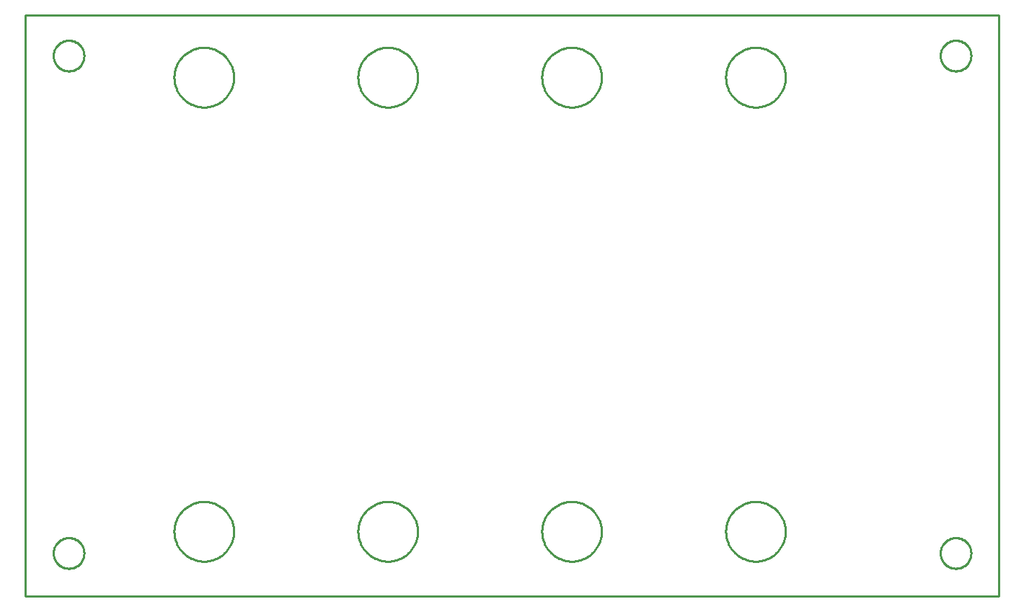
<source format=gbr>
G04 EAGLE Gerber RS-274X export*
G75*
%MOMM*%
%FSLAX34Y34*%
%LPD*%
%IN*%
%IPPOS*%
%AMOC8*
5,1,8,0,0,1.08239X$1,22.5*%
G01*
%ADD10C,0.254000*%


D10*
X0Y0D02*
X1142800Y0D01*
X1142800Y682500D01*
X0Y682500D01*
X0Y0D01*
X892250Y608791D02*
X892175Y607176D01*
X892026Y605565D01*
X891803Y603964D01*
X891505Y602374D01*
X891135Y600800D01*
X890693Y599244D01*
X890179Y597711D01*
X889594Y596203D01*
X888941Y594723D01*
X888220Y593275D01*
X887433Y591862D01*
X886582Y590487D01*
X885668Y589153D01*
X884693Y587862D01*
X883660Y586618D01*
X882571Y585423D01*
X881427Y584279D01*
X880232Y583190D01*
X878988Y582157D01*
X877697Y581182D01*
X876363Y580268D01*
X874988Y579417D01*
X873575Y578630D01*
X872127Y577909D01*
X870648Y577256D01*
X869139Y576671D01*
X867606Y576157D01*
X866050Y575715D01*
X864476Y575345D01*
X862886Y575047D01*
X861285Y574824D01*
X859674Y574675D01*
X858059Y574600D01*
X856441Y574600D01*
X854826Y574675D01*
X853215Y574824D01*
X851614Y575047D01*
X850024Y575345D01*
X848450Y575715D01*
X846894Y576157D01*
X845361Y576671D01*
X843853Y577256D01*
X842373Y577909D01*
X840925Y578630D01*
X839512Y579417D01*
X838137Y580268D01*
X836803Y581182D01*
X835512Y582157D01*
X834268Y583190D01*
X833073Y584279D01*
X831929Y585423D01*
X830840Y586618D01*
X829807Y587862D01*
X828832Y589153D01*
X827918Y590487D01*
X827067Y591862D01*
X826280Y593275D01*
X825559Y594723D01*
X824906Y596203D01*
X824321Y597711D01*
X823807Y599244D01*
X823365Y600800D01*
X822995Y602374D01*
X822697Y603964D01*
X822474Y605565D01*
X822325Y607176D01*
X822250Y608791D01*
X822250Y610409D01*
X822325Y612024D01*
X822474Y613635D01*
X822697Y615236D01*
X822995Y616826D01*
X823365Y618400D01*
X823807Y619956D01*
X824321Y621489D01*
X824906Y622998D01*
X825559Y624477D01*
X826280Y625925D01*
X827067Y627338D01*
X827918Y628713D01*
X828832Y630047D01*
X829807Y631338D01*
X830840Y632582D01*
X831929Y633777D01*
X833073Y634921D01*
X834268Y636010D01*
X835512Y637043D01*
X836803Y638018D01*
X838137Y638932D01*
X839512Y639783D01*
X840925Y640570D01*
X842373Y641291D01*
X843853Y641944D01*
X845361Y642529D01*
X846894Y643043D01*
X848450Y643485D01*
X850024Y643855D01*
X851614Y644153D01*
X853215Y644376D01*
X854826Y644525D01*
X856441Y644600D01*
X858059Y644600D01*
X859674Y644525D01*
X861285Y644376D01*
X862886Y644153D01*
X864476Y643855D01*
X866050Y643485D01*
X867606Y643043D01*
X869139Y642529D01*
X870648Y641944D01*
X872127Y641291D01*
X873575Y640570D01*
X874988Y639783D01*
X876363Y638932D01*
X877697Y638018D01*
X878988Y637043D01*
X880232Y636010D01*
X881427Y634921D01*
X882571Y633777D01*
X883660Y632582D01*
X884693Y631338D01*
X885668Y630047D01*
X886582Y628713D01*
X887433Y627338D01*
X888220Y625925D01*
X888941Y624477D01*
X889594Y622998D01*
X890179Y621489D01*
X890693Y619956D01*
X891135Y618400D01*
X891505Y616826D01*
X891803Y615236D01*
X892026Y613635D01*
X892175Y612024D01*
X892250Y610409D01*
X892250Y608791D01*
X676350Y608791D02*
X676275Y607176D01*
X676126Y605565D01*
X675903Y603964D01*
X675605Y602374D01*
X675235Y600800D01*
X674793Y599244D01*
X674279Y597711D01*
X673694Y596203D01*
X673041Y594723D01*
X672320Y593275D01*
X671533Y591862D01*
X670682Y590487D01*
X669768Y589153D01*
X668793Y587862D01*
X667760Y586618D01*
X666671Y585423D01*
X665527Y584279D01*
X664332Y583190D01*
X663088Y582157D01*
X661797Y581182D01*
X660463Y580268D01*
X659088Y579417D01*
X657675Y578630D01*
X656227Y577909D01*
X654748Y577256D01*
X653239Y576671D01*
X651706Y576157D01*
X650150Y575715D01*
X648576Y575345D01*
X646986Y575047D01*
X645385Y574824D01*
X643774Y574675D01*
X642159Y574600D01*
X640541Y574600D01*
X638926Y574675D01*
X637315Y574824D01*
X635714Y575047D01*
X634124Y575345D01*
X632550Y575715D01*
X630994Y576157D01*
X629461Y576671D01*
X627953Y577256D01*
X626473Y577909D01*
X625025Y578630D01*
X623612Y579417D01*
X622237Y580268D01*
X620903Y581182D01*
X619612Y582157D01*
X618368Y583190D01*
X617173Y584279D01*
X616029Y585423D01*
X614940Y586618D01*
X613907Y587862D01*
X612932Y589153D01*
X612018Y590487D01*
X611167Y591862D01*
X610380Y593275D01*
X609659Y594723D01*
X609006Y596203D01*
X608421Y597711D01*
X607907Y599244D01*
X607465Y600800D01*
X607095Y602374D01*
X606797Y603964D01*
X606574Y605565D01*
X606425Y607176D01*
X606350Y608791D01*
X606350Y610409D01*
X606425Y612024D01*
X606574Y613635D01*
X606797Y615236D01*
X607095Y616826D01*
X607465Y618400D01*
X607907Y619956D01*
X608421Y621489D01*
X609006Y622998D01*
X609659Y624477D01*
X610380Y625925D01*
X611167Y627338D01*
X612018Y628713D01*
X612932Y630047D01*
X613907Y631338D01*
X614940Y632582D01*
X616029Y633777D01*
X617173Y634921D01*
X618368Y636010D01*
X619612Y637043D01*
X620903Y638018D01*
X622237Y638932D01*
X623612Y639783D01*
X625025Y640570D01*
X626473Y641291D01*
X627953Y641944D01*
X629461Y642529D01*
X630994Y643043D01*
X632550Y643485D01*
X634124Y643855D01*
X635714Y644153D01*
X637315Y644376D01*
X638926Y644525D01*
X640541Y644600D01*
X642159Y644600D01*
X643774Y644525D01*
X645385Y644376D01*
X646986Y644153D01*
X648576Y643855D01*
X650150Y643485D01*
X651706Y643043D01*
X653239Y642529D01*
X654748Y641944D01*
X656227Y641291D01*
X657675Y640570D01*
X659088Y639783D01*
X660463Y638932D01*
X661797Y638018D01*
X663088Y637043D01*
X664332Y636010D01*
X665527Y634921D01*
X666671Y633777D01*
X667760Y632582D01*
X668793Y631338D01*
X669768Y630047D01*
X670682Y628713D01*
X671533Y627338D01*
X672320Y625925D01*
X673041Y624477D01*
X673694Y622998D01*
X674279Y621489D01*
X674793Y619956D01*
X675235Y618400D01*
X675605Y616826D01*
X675903Y615236D01*
X676126Y613635D01*
X676275Y612024D01*
X676350Y610409D01*
X676350Y608791D01*
X460450Y608791D02*
X460375Y607176D01*
X460226Y605565D01*
X460003Y603964D01*
X459705Y602374D01*
X459335Y600800D01*
X458893Y599244D01*
X458379Y597711D01*
X457794Y596203D01*
X457141Y594723D01*
X456420Y593275D01*
X455633Y591862D01*
X454782Y590487D01*
X453868Y589153D01*
X452893Y587862D01*
X451860Y586618D01*
X450771Y585423D01*
X449627Y584279D01*
X448432Y583190D01*
X447188Y582157D01*
X445897Y581182D01*
X444563Y580268D01*
X443188Y579417D01*
X441775Y578630D01*
X440327Y577909D01*
X438848Y577256D01*
X437339Y576671D01*
X435806Y576157D01*
X434250Y575715D01*
X432676Y575345D01*
X431086Y575047D01*
X429485Y574824D01*
X427874Y574675D01*
X426259Y574600D01*
X424641Y574600D01*
X423026Y574675D01*
X421415Y574824D01*
X419814Y575047D01*
X418224Y575345D01*
X416650Y575715D01*
X415094Y576157D01*
X413561Y576671D01*
X412053Y577256D01*
X410573Y577909D01*
X409125Y578630D01*
X407712Y579417D01*
X406337Y580268D01*
X405003Y581182D01*
X403712Y582157D01*
X402468Y583190D01*
X401273Y584279D01*
X400129Y585423D01*
X399040Y586618D01*
X398007Y587862D01*
X397032Y589153D01*
X396118Y590487D01*
X395267Y591862D01*
X394480Y593275D01*
X393759Y594723D01*
X393106Y596203D01*
X392521Y597711D01*
X392007Y599244D01*
X391565Y600800D01*
X391195Y602374D01*
X390897Y603964D01*
X390674Y605565D01*
X390525Y607176D01*
X390450Y608791D01*
X390450Y610409D01*
X390525Y612024D01*
X390674Y613635D01*
X390897Y615236D01*
X391195Y616826D01*
X391565Y618400D01*
X392007Y619956D01*
X392521Y621489D01*
X393106Y622998D01*
X393759Y624477D01*
X394480Y625925D01*
X395267Y627338D01*
X396118Y628713D01*
X397032Y630047D01*
X398007Y631338D01*
X399040Y632582D01*
X400129Y633777D01*
X401273Y634921D01*
X402468Y636010D01*
X403712Y637043D01*
X405003Y638018D01*
X406337Y638932D01*
X407712Y639783D01*
X409125Y640570D01*
X410573Y641291D01*
X412053Y641944D01*
X413561Y642529D01*
X415094Y643043D01*
X416650Y643485D01*
X418224Y643855D01*
X419814Y644153D01*
X421415Y644376D01*
X423026Y644525D01*
X424641Y644600D01*
X426259Y644600D01*
X427874Y644525D01*
X429485Y644376D01*
X431086Y644153D01*
X432676Y643855D01*
X434250Y643485D01*
X435806Y643043D01*
X437339Y642529D01*
X438848Y641944D01*
X440327Y641291D01*
X441775Y640570D01*
X443188Y639783D01*
X444563Y638932D01*
X445897Y638018D01*
X447188Y637043D01*
X448432Y636010D01*
X449627Y634921D01*
X450771Y633777D01*
X451860Y632582D01*
X452893Y631338D01*
X453868Y630047D01*
X454782Y628713D01*
X455633Y627338D01*
X456420Y625925D01*
X457141Y624477D01*
X457794Y622998D01*
X458379Y621489D01*
X458893Y619956D01*
X459335Y618400D01*
X459705Y616826D01*
X460003Y615236D01*
X460226Y613635D01*
X460375Y612024D01*
X460450Y610409D01*
X460450Y608791D01*
X244550Y608791D02*
X244475Y607176D01*
X244326Y605565D01*
X244103Y603964D01*
X243805Y602374D01*
X243435Y600800D01*
X242993Y599244D01*
X242479Y597711D01*
X241894Y596203D01*
X241241Y594723D01*
X240520Y593275D01*
X239733Y591862D01*
X238882Y590487D01*
X237968Y589153D01*
X236993Y587862D01*
X235960Y586618D01*
X234871Y585423D01*
X233727Y584279D01*
X232532Y583190D01*
X231288Y582157D01*
X229997Y581182D01*
X228663Y580268D01*
X227288Y579417D01*
X225875Y578630D01*
X224427Y577909D01*
X222948Y577256D01*
X221439Y576671D01*
X219906Y576157D01*
X218350Y575715D01*
X216776Y575345D01*
X215186Y575047D01*
X213585Y574824D01*
X211974Y574675D01*
X210359Y574600D01*
X208741Y574600D01*
X207126Y574675D01*
X205515Y574824D01*
X203914Y575047D01*
X202324Y575345D01*
X200750Y575715D01*
X199194Y576157D01*
X197661Y576671D01*
X196153Y577256D01*
X194673Y577909D01*
X193225Y578630D01*
X191812Y579417D01*
X190437Y580268D01*
X189103Y581182D01*
X187812Y582157D01*
X186568Y583190D01*
X185373Y584279D01*
X184229Y585423D01*
X183140Y586618D01*
X182107Y587862D01*
X181132Y589153D01*
X180218Y590487D01*
X179367Y591862D01*
X178580Y593275D01*
X177859Y594723D01*
X177206Y596203D01*
X176621Y597711D01*
X176107Y599244D01*
X175665Y600800D01*
X175295Y602374D01*
X174997Y603964D01*
X174774Y605565D01*
X174625Y607176D01*
X174550Y608791D01*
X174550Y610409D01*
X174625Y612024D01*
X174774Y613635D01*
X174997Y615236D01*
X175295Y616826D01*
X175665Y618400D01*
X176107Y619956D01*
X176621Y621489D01*
X177206Y622998D01*
X177859Y624477D01*
X178580Y625925D01*
X179367Y627338D01*
X180218Y628713D01*
X181132Y630047D01*
X182107Y631338D01*
X183140Y632582D01*
X184229Y633777D01*
X185373Y634921D01*
X186568Y636010D01*
X187812Y637043D01*
X189103Y638018D01*
X190437Y638932D01*
X191812Y639783D01*
X193225Y640570D01*
X194673Y641291D01*
X196153Y641944D01*
X197661Y642529D01*
X199194Y643043D01*
X200750Y643485D01*
X202324Y643855D01*
X203914Y644153D01*
X205515Y644376D01*
X207126Y644525D01*
X208741Y644600D01*
X210359Y644600D01*
X211974Y644525D01*
X213585Y644376D01*
X215186Y644153D01*
X216776Y643855D01*
X218350Y643485D01*
X219906Y643043D01*
X221439Y642529D01*
X222948Y641944D01*
X224427Y641291D01*
X225875Y640570D01*
X227288Y639783D01*
X228663Y638932D01*
X229997Y638018D01*
X231288Y637043D01*
X232532Y636010D01*
X233727Y634921D01*
X234871Y633777D01*
X235960Y632582D01*
X236993Y631338D01*
X237968Y630047D01*
X238882Y628713D01*
X239733Y627338D01*
X240520Y625925D01*
X241241Y624477D01*
X241894Y622998D01*
X242479Y621489D01*
X242993Y619956D01*
X243435Y618400D01*
X243805Y616826D01*
X244103Y615236D01*
X244326Y613635D01*
X244475Y612024D01*
X244550Y610409D01*
X244550Y608791D01*
X822250Y77009D02*
X822325Y78624D01*
X822474Y80235D01*
X822697Y81836D01*
X822995Y83426D01*
X823365Y85000D01*
X823807Y86556D01*
X824321Y88089D01*
X824906Y89598D01*
X825559Y91077D01*
X826280Y92525D01*
X827067Y93938D01*
X827918Y95313D01*
X828832Y96647D01*
X829807Y97938D01*
X830840Y99182D01*
X831929Y100377D01*
X833073Y101521D01*
X834268Y102610D01*
X835512Y103643D01*
X836803Y104618D01*
X838137Y105532D01*
X839512Y106383D01*
X840925Y107170D01*
X842373Y107891D01*
X843853Y108544D01*
X845361Y109129D01*
X846894Y109643D01*
X848450Y110085D01*
X850024Y110455D01*
X851614Y110753D01*
X853215Y110976D01*
X854826Y111125D01*
X856441Y111200D01*
X858059Y111200D01*
X859674Y111125D01*
X861285Y110976D01*
X862886Y110753D01*
X864476Y110455D01*
X866050Y110085D01*
X867606Y109643D01*
X869139Y109129D01*
X870648Y108544D01*
X872127Y107891D01*
X873575Y107170D01*
X874988Y106383D01*
X876363Y105532D01*
X877697Y104618D01*
X878988Y103643D01*
X880232Y102610D01*
X881427Y101521D01*
X882571Y100377D01*
X883660Y99182D01*
X884693Y97938D01*
X885668Y96647D01*
X886582Y95313D01*
X887433Y93938D01*
X888220Y92525D01*
X888941Y91077D01*
X889594Y89598D01*
X890179Y88089D01*
X890693Y86556D01*
X891135Y85000D01*
X891505Y83426D01*
X891803Y81836D01*
X892026Y80235D01*
X892175Y78624D01*
X892250Y77009D01*
X892250Y75391D01*
X892175Y73776D01*
X892026Y72165D01*
X891803Y70564D01*
X891505Y68974D01*
X891135Y67400D01*
X890693Y65844D01*
X890179Y64311D01*
X889594Y62803D01*
X888941Y61323D01*
X888220Y59875D01*
X887433Y58462D01*
X886582Y57087D01*
X885668Y55753D01*
X884693Y54462D01*
X883660Y53218D01*
X882571Y52023D01*
X881427Y50879D01*
X880232Y49790D01*
X878988Y48757D01*
X877697Y47782D01*
X876363Y46868D01*
X874988Y46017D01*
X873575Y45230D01*
X872127Y44509D01*
X870648Y43856D01*
X869139Y43271D01*
X867606Y42757D01*
X866050Y42315D01*
X864476Y41945D01*
X862886Y41647D01*
X861285Y41424D01*
X859674Y41275D01*
X858059Y41200D01*
X856441Y41200D01*
X854826Y41275D01*
X853215Y41424D01*
X851614Y41647D01*
X850024Y41945D01*
X848450Y42315D01*
X846894Y42757D01*
X845361Y43271D01*
X843853Y43856D01*
X842373Y44509D01*
X840925Y45230D01*
X839512Y46017D01*
X838137Y46868D01*
X836803Y47782D01*
X835512Y48757D01*
X834268Y49790D01*
X833073Y50879D01*
X831929Y52023D01*
X830840Y53218D01*
X829807Y54462D01*
X828832Y55753D01*
X827918Y57087D01*
X827067Y58462D01*
X826280Y59875D01*
X825559Y61323D01*
X824906Y62803D01*
X824321Y64311D01*
X823807Y65844D01*
X823365Y67400D01*
X822995Y68974D01*
X822697Y70564D01*
X822474Y72165D01*
X822325Y73776D01*
X822250Y75391D01*
X822250Y77009D01*
X606350Y77009D02*
X606425Y78624D01*
X606574Y80235D01*
X606797Y81836D01*
X607095Y83426D01*
X607465Y85000D01*
X607907Y86556D01*
X608421Y88089D01*
X609006Y89598D01*
X609659Y91077D01*
X610380Y92525D01*
X611167Y93938D01*
X612018Y95313D01*
X612932Y96647D01*
X613907Y97938D01*
X614940Y99182D01*
X616029Y100377D01*
X617173Y101521D01*
X618368Y102610D01*
X619612Y103643D01*
X620903Y104618D01*
X622237Y105532D01*
X623612Y106383D01*
X625025Y107170D01*
X626473Y107891D01*
X627953Y108544D01*
X629461Y109129D01*
X630994Y109643D01*
X632550Y110085D01*
X634124Y110455D01*
X635714Y110753D01*
X637315Y110976D01*
X638926Y111125D01*
X640541Y111200D01*
X642159Y111200D01*
X643774Y111125D01*
X645385Y110976D01*
X646986Y110753D01*
X648576Y110455D01*
X650150Y110085D01*
X651706Y109643D01*
X653239Y109129D01*
X654748Y108544D01*
X656227Y107891D01*
X657675Y107170D01*
X659088Y106383D01*
X660463Y105532D01*
X661797Y104618D01*
X663088Y103643D01*
X664332Y102610D01*
X665527Y101521D01*
X666671Y100377D01*
X667760Y99182D01*
X668793Y97938D01*
X669768Y96647D01*
X670682Y95313D01*
X671533Y93938D01*
X672320Y92525D01*
X673041Y91077D01*
X673694Y89598D01*
X674279Y88089D01*
X674793Y86556D01*
X675235Y85000D01*
X675605Y83426D01*
X675903Y81836D01*
X676126Y80235D01*
X676275Y78624D01*
X676350Y77009D01*
X676350Y75391D01*
X676275Y73776D01*
X676126Y72165D01*
X675903Y70564D01*
X675605Y68974D01*
X675235Y67400D01*
X674793Y65844D01*
X674279Y64311D01*
X673694Y62803D01*
X673041Y61323D01*
X672320Y59875D01*
X671533Y58462D01*
X670682Y57087D01*
X669768Y55753D01*
X668793Y54462D01*
X667760Y53218D01*
X666671Y52023D01*
X665527Y50879D01*
X664332Y49790D01*
X663088Y48757D01*
X661797Y47782D01*
X660463Y46868D01*
X659088Y46017D01*
X657675Y45230D01*
X656227Y44509D01*
X654748Y43856D01*
X653239Y43271D01*
X651706Y42757D01*
X650150Y42315D01*
X648576Y41945D01*
X646986Y41647D01*
X645385Y41424D01*
X643774Y41275D01*
X642159Y41200D01*
X640541Y41200D01*
X638926Y41275D01*
X637315Y41424D01*
X635714Y41647D01*
X634124Y41945D01*
X632550Y42315D01*
X630994Y42757D01*
X629461Y43271D01*
X627953Y43856D01*
X626473Y44509D01*
X625025Y45230D01*
X623612Y46017D01*
X622237Y46868D01*
X620903Y47782D01*
X619612Y48757D01*
X618368Y49790D01*
X617173Y50879D01*
X616029Y52023D01*
X614940Y53218D01*
X613907Y54462D01*
X612932Y55753D01*
X612018Y57087D01*
X611167Y58462D01*
X610380Y59875D01*
X609659Y61323D01*
X609006Y62803D01*
X608421Y64311D01*
X607907Y65844D01*
X607465Y67400D01*
X607095Y68974D01*
X606797Y70564D01*
X606574Y72165D01*
X606425Y73776D01*
X606350Y75391D01*
X606350Y77009D01*
X390450Y77009D02*
X390525Y78624D01*
X390674Y80235D01*
X390897Y81836D01*
X391195Y83426D01*
X391565Y85000D01*
X392007Y86556D01*
X392521Y88089D01*
X393106Y89598D01*
X393759Y91077D01*
X394480Y92525D01*
X395267Y93938D01*
X396118Y95313D01*
X397032Y96647D01*
X398007Y97938D01*
X399040Y99182D01*
X400129Y100377D01*
X401273Y101521D01*
X402468Y102610D01*
X403712Y103643D01*
X405003Y104618D01*
X406337Y105532D01*
X407712Y106383D01*
X409125Y107170D01*
X410573Y107891D01*
X412053Y108544D01*
X413561Y109129D01*
X415094Y109643D01*
X416650Y110085D01*
X418224Y110455D01*
X419814Y110753D01*
X421415Y110976D01*
X423026Y111125D01*
X424641Y111200D01*
X426259Y111200D01*
X427874Y111125D01*
X429485Y110976D01*
X431086Y110753D01*
X432676Y110455D01*
X434250Y110085D01*
X435806Y109643D01*
X437339Y109129D01*
X438848Y108544D01*
X440327Y107891D01*
X441775Y107170D01*
X443188Y106383D01*
X444563Y105532D01*
X445897Y104618D01*
X447188Y103643D01*
X448432Y102610D01*
X449627Y101521D01*
X450771Y100377D01*
X451860Y99182D01*
X452893Y97938D01*
X453868Y96647D01*
X454782Y95313D01*
X455633Y93938D01*
X456420Y92525D01*
X457141Y91077D01*
X457794Y89598D01*
X458379Y88089D01*
X458893Y86556D01*
X459335Y85000D01*
X459705Y83426D01*
X460003Y81836D01*
X460226Y80235D01*
X460375Y78624D01*
X460450Y77009D01*
X460450Y75391D01*
X460375Y73776D01*
X460226Y72165D01*
X460003Y70564D01*
X459705Y68974D01*
X459335Y67400D01*
X458893Y65844D01*
X458379Y64311D01*
X457794Y62803D01*
X457141Y61323D01*
X456420Y59875D01*
X455633Y58462D01*
X454782Y57087D01*
X453868Y55753D01*
X452893Y54462D01*
X451860Y53218D01*
X450771Y52023D01*
X449627Y50879D01*
X448432Y49790D01*
X447188Y48757D01*
X445897Y47782D01*
X444563Y46868D01*
X443188Y46017D01*
X441775Y45230D01*
X440327Y44509D01*
X438848Y43856D01*
X437339Y43271D01*
X435806Y42757D01*
X434250Y42315D01*
X432676Y41945D01*
X431086Y41647D01*
X429485Y41424D01*
X427874Y41275D01*
X426259Y41200D01*
X424641Y41200D01*
X423026Y41275D01*
X421415Y41424D01*
X419814Y41647D01*
X418224Y41945D01*
X416650Y42315D01*
X415094Y42757D01*
X413561Y43271D01*
X412053Y43856D01*
X410573Y44509D01*
X409125Y45230D01*
X407712Y46017D01*
X406337Y46868D01*
X405003Y47782D01*
X403712Y48757D01*
X402468Y49790D01*
X401273Y50879D01*
X400129Y52023D01*
X399040Y53218D01*
X398007Y54462D01*
X397032Y55753D01*
X396118Y57087D01*
X395267Y58462D01*
X394480Y59875D01*
X393759Y61323D01*
X393106Y62803D01*
X392521Y64311D01*
X392007Y65844D01*
X391565Y67400D01*
X391195Y68974D01*
X390897Y70564D01*
X390674Y72165D01*
X390525Y73776D01*
X390450Y75391D01*
X390450Y77009D01*
X174550Y77009D02*
X174625Y78624D01*
X174774Y80235D01*
X174997Y81836D01*
X175295Y83426D01*
X175665Y85000D01*
X176107Y86556D01*
X176621Y88089D01*
X177206Y89598D01*
X177859Y91077D01*
X178580Y92525D01*
X179367Y93938D01*
X180218Y95313D01*
X181132Y96647D01*
X182107Y97938D01*
X183140Y99182D01*
X184229Y100377D01*
X185373Y101521D01*
X186568Y102610D01*
X187812Y103643D01*
X189103Y104618D01*
X190437Y105532D01*
X191812Y106383D01*
X193225Y107170D01*
X194673Y107891D01*
X196153Y108544D01*
X197661Y109129D01*
X199194Y109643D01*
X200750Y110085D01*
X202324Y110455D01*
X203914Y110753D01*
X205515Y110976D01*
X207126Y111125D01*
X208741Y111200D01*
X210359Y111200D01*
X211974Y111125D01*
X213585Y110976D01*
X215186Y110753D01*
X216776Y110455D01*
X218350Y110085D01*
X219906Y109643D01*
X221439Y109129D01*
X222948Y108544D01*
X224427Y107891D01*
X225875Y107170D01*
X227288Y106383D01*
X228663Y105532D01*
X229997Y104618D01*
X231288Y103643D01*
X232532Y102610D01*
X233727Y101521D01*
X234871Y100377D01*
X235960Y99182D01*
X236993Y97938D01*
X237968Y96647D01*
X238882Y95313D01*
X239733Y93938D01*
X240520Y92525D01*
X241241Y91077D01*
X241894Y89598D01*
X242479Y88089D01*
X242993Y86556D01*
X243435Y85000D01*
X243805Y83426D01*
X244103Y81836D01*
X244326Y80235D01*
X244475Y78624D01*
X244550Y77009D01*
X244550Y75391D01*
X244475Y73776D01*
X244326Y72165D01*
X244103Y70564D01*
X243805Y68974D01*
X243435Y67400D01*
X242993Y65844D01*
X242479Y64311D01*
X241894Y62803D01*
X241241Y61323D01*
X240520Y59875D01*
X239733Y58462D01*
X238882Y57087D01*
X237968Y55753D01*
X236993Y54462D01*
X235960Y53218D01*
X234871Y52023D01*
X233727Y50879D01*
X232532Y49790D01*
X231288Y48757D01*
X229997Y47782D01*
X228663Y46868D01*
X227288Y46017D01*
X225875Y45230D01*
X224427Y44509D01*
X222948Y43856D01*
X221439Y43271D01*
X219906Y42757D01*
X218350Y42315D01*
X216776Y41945D01*
X215186Y41647D01*
X213585Y41424D01*
X211974Y41275D01*
X210359Y41200D01*
X208741Y41200D01*
X207126Y41275D01*
X205515Y41424D01*
X203914Y41647D01*
X202324Y41945D01*
X200750Y42315D01*
X199194Y42757D01*
X197661Y43271D01*
X196153Y43856D01*
X194673Y44509D01*
X193225Y45230D01*
X191812Y46017D01*
X190437Y46868D01*
X189103Y47782D01*
X187812Y48757D01*
X186568Y49790D01*
X185373Y50879D01*
X184229Y52023D01*
X183140Y53218D01*
X182107Y54462D01*
X181132Y55753D01*
X180218Y57087D01*
X179367Y58462D01*
X178580Y59875D01*
X177859Y61323D01*
X177206Y62803D01*
X176621Y64311D01*
X176107Y65844D01*
X175665Y67400D01*
X175295Y68974D01*
X174997Y70564D01*
X174774Y72165D01*
X174625Y73776D01*
X174550Y75391D01*
X174550Y77009D01*
X68800Y634411D02*
X68723Y633235D01*
X68569Y632066D01*
X68339Y630910D01*
X68034Y629772D01*
X67655Y628656D01*
X67204Y627567D01*
X66683Y626510D01*
X66094Y625490D01*
X65439Y624510D01*
X64722Y623575D01*
X63945Y622689D01*
X63111Y621855D01*
X62225Y621078D01*
X61290Y620361D01*
X60310Y619706D01*
X59290Y619117D01*
X58233Y618596D01*
X57144Y618145D01*
X56028Y617766D01*
X54890Y617461D01*
X53734Y617231D01*
X52565Y617077D01*
X51389Y617000D01*
X50211Y617000D01*
X49035Y617077D01*
X47866Y617231D01*
X46710Y617461D01*
X45572Y617766D01*
X44456Y618145D01*
X43367Y618596D01*
X42310Y619117D01*
X41290Y619706D01*
X40310Y620361D01*
X39375Y621078D01*
X38489Y621855D01*
X37655Y622689D01*
X36878Y623575D01*
X36161Y624510D01*
X35506Y625490D01*
X34917Y626510D01*
X34396Y627567D01*
X33945Y628656D01*
X33566Y629772D01*
X33261Y630910D01*
X33031Y632066D01*
X32877Y633235D01*
X32800Y634411D01*
X32800Y635589D01*
X32877Y636765D01*
X33031Y637934D01*
X33261Y639090D01*
X33566Y640228D01*
X33945Y641344D01*
X34396Y642433D01*
X34917Y643490D01*
X35506Y644510D01*
X36161Y645490D01*
X36878Y646425D01*
X37655Y647311D01*
X38489Y648145D01*
X39375Y648922D01*
X40310Y649639D01*
X41290Y650294D01*
X42310Y650883D01*
X43367Y651404D01*
X44456Y651855D01*
X45572Y652234D01*
X46710Y652539D01*
X47866Y652769D01*
X49035Y652923D01*
X50211Y653000D01*
X51389Y653000D01*
X52565Y652923D01*
X53734Y652769D01*
X54890Y652539D01*
X56028Y652234D01*
X57144Y651855D01*
X58233Y651404D01*
X59290Y650883D01*
X60310Y650294D01*
X61290Y649639D01*
X62225Y648922D01*
X63111Y648145D01*
X63945Y647311D01*
X64722Y646425D01*
X65439Y645490D01*
X66094Y644510D01*
X66683Y643490D01*
X67204Y642433D01*
X67655Y641344D01*
X68034Y640228D01*
X68339Y639090D01*
X68569Y637934D01*
X68723Y636765D01*
X68800Y635589D01*
X68800Y634411D01*
X68800Y50211D02*
X68723Y49035D01*
X68569Y47866D01*
X68339Y46710D01*
X68034Y45572D01*
X67655Y44456D01*
X67204Y43367D01*
X66683Y42310D01*
X66094Y41290D01*
X65439Y40310D01*
X64722Y39375D01*
X63945Y38489D01*
X63111Y37655D01*
X62225Y36878D01*
X61290Y36161D01*
X60310Y35506D01*
X59290Y34917D01*
X58233Y34396D01*
X57144Y33945D01*
X56028Y33566D01*
X54890Y33261D01*
X53734Y33031D01*
X52565Y32877D01*
X51389Y32800D01*
X50211Y32800D01*
X49035Y32877D01*
X47866Y33031D01*
X46710Y33261D01*
X45572Y33566D01*
X44456Y33945D01*
X43367Y34396D01*
X42310Y34917D01*
X41290Y35506D01*
X40310Y36161D01*
X39375Y36878D01*
X38489Y37655D01*
X37655Y38489D01*
X36878Y39375D01*
X36161Y40310D01*
X35506Y41290D01*
X34917Y42310D01*
X34396Y43367D01*
X33945Y44456D01*
X33566Y45572D01*
X33261Y46710D01*
X33031Y47866D01*
X32877Y49035D01*
X32800Y50211D01*
X32800Y51389D01*
X32877Y52565D01*
X33031Y53734D01*
X33261Y54890D01*
X33566Y56028D01*
X33945Y57144D01*
X34396Y58233D01*
X34917Y59290D01*
X35506Y60310D01*
X36161Y61290D01*
X36878Y62225D01*
X37655Y63111D01*
X38489Y63945D01*
X39375Y64722D01*
X40310Y65439D01*
X41290Y66094D01*
X42310Y66683D01*
X43367Y67204D01*
X44456Y67655D01*
X45572Y68034D01*
X46710Y68339D01*
X47866Y68569D01*
X49035Y68723D01*
X50211Y68800D01*
X51389Y68800D01*
X52565Y68723D01*
X53734Y68569D01*
X54890Y68339D01*
X56028Y68034D01*
X57144Y67655D01*
X58233Y67204D01*
X59290Y66683D01*
X60310Y66094D01*
X61290Y65439D01*
X62225Y64722D01*
X63111Y63945D01*
X63945Y63111D01*
X64722Y62225D01*
X65439Y61290D01*
X66094Y60310D01*
X66683Y59290D01*
X67204Y58233D01*
X67655Y57144D01*
X68034Y56028D01*
X68339Y54890D01*
X68569Y53734D01*
X68723Y52565D01*
X68800Y51389D01*
X68800Y50211D01*
X1110200Y50211D02*
X1110123Y49035D01*
X1109969Y47866D01*
X1109739Y46710D01*
X1109434Y45572D01*
X1109055Y44456D01*
X1108604Y43367D01*
X1108083Y42310D01*
X1107494Y41290D01*
X1106839Y40310D01*
X1106122Y39375D01*
X1105345Y38489D01*
X1104511Y37655D01*
X1103625Y36878D01*
X1102690Y36161D01*
X1101710Y35506D01*
X1100690Y34917D01*
X1099633Y34396D01*
X1098544Y33945D01*
X1097428Y33566D01*
X1096290Y33261D01*
X1095134Y33031D01*
X1093965Y32877D01*
X1092789Y32800D01*
X1091611Y32800D01*
X1090435Y32877D01*
X1089266Y33031D01*
X1088110Y33261D01*
X1086972Y33566D01*
X1085856Y33945D01*
X1084767Y34396D01*
X1083710Y34917D01*
X1082690Y35506D01*
X1081710Y36161D01*
X1080775Y36878D01*
X1079889Y37655D01*
X1079055Y38489D01*
X1078278Y39375D01*
X1077561Y40310D01*
X1076906Y41290D01*
X1076317Y42310D01*
X1075796Y43367D01*
X1075345Y44456D01*
X1074966Y45572D01*
X1074661Y46710D01*
X1074431Y47866D01*
X1074277Y49035D01*
X1074200Y50211D01*
X1074200Y51389D01*
X1074277Y52565D01*
X1074431Y53734D01*
X1074661Y54890D01*
X1074966Y56028D01*
X1075345Y57144D01*
X1075796Y58233D01*
X1076317Y59290D01*
X1076906Y60310D01*
X1077561Y61290D01*
X1078278Y62225D01*
X1079055Y63111D01*
X1079889Y63945D01*
X1080775Y64722D01*
X1081710Y65439D01*
X1082690Y66094D01*
X1083710Y66683D01*
X1084767Y67204D01*
X1085856Y67655D01*
X1086972Y68034D01*
X1088110Y68339D01*
X1089266Y68569D01*
X1090435Y68723D01*
X1091611Y68800D01*
X1092789Y68800D01*
X1093965Y68723D01*
X1095134Y68569D01*
X1096290Y68339D01*
X1097428Y68034D01*
X1098544Y67655D01*
X1099633Y67204D01*
X1100690Y66683D01*
X1101710Y66094D01*
X1102690Y65439D01*
X1103625Y64722D01*
X1104511Y63945D01*
X1105345Y63111D01*
X1106122Y62225D01*
X1106839Y61290D01*
X1107494Y60310D01*
X1108083Y59290D01*
X1108604Y58233D01*
X1109055Y57144D01*
X1109434Y56028D01*
X1109739Y54890D01*
X1109969Y53734D01*
X1110123Y52565D01*
X1110200Y51389D01*
X1110200Y50211D01*
X1110200Y634411D02*
X1110123Y633235D01*
X1109969Y632066D01*
X1109739Y630910D01*
X1109434Y629772D01*
X1109055Y628656D01*
X1108604Y627567D01*
X1108083Y626510D01*
X1107494Y625490D01*
X1106839Y624510D01*
X1106122Y623575D01*
X1105345Y622689D01*
X1104511Y621855D01*
X1103625Y621078D01*
X1102690Y620361D01*
X1101710Y619706D01*
X1100690Y619117D01*
X1099633Y618596D01*
X1098544Y618145D01*
X1097428Y617766D01*
X1096290Y617461D01*
X1095134Y617231D01*
X1093965Y617077D01*
X1092789Y617000D01*
X1091611Y617000D01*
X1090435Y617077D01*
X1089266Y617231D01*
X1088110Y617461D01*
X1086972Y617766D01*
X1085856Y618145D01*
X1084767Y618596D01*
X1083710Y619117D01*
X1082690Y619706D01*
X1081710Y620361D01*
X1080775Y621078D01*
X1079889Y621855D01*
X1079055Y622689D01*
X1078278Y623575D01*
X1077561Y624510D01*
X1076906Y625490D01*
X1076317Y626510D01*
X1075796Y627567D01*
X1075345Y628656D01*
X1074966Y629772D01*
X1074661Y630910D01*
X1074431Y632066D01*
X1074277Y633235D01*
X1074200Y634411D01*
X1074200Y635589D01*
X1074277Y636765D01*
X1074431Y637934D01*
X1074661Y639090D01*
X1074966Y640228D01*
X1075345Y641344D01*
X1075796Y642433D01*
X1076317Y643490D01*
X1076906Y644510D01*
X1077561Y645490D01*
X1078278Y646425D01*
X1079055Y647311D01*
X1079889Y648145D01*
X1080775Y648922D01*
X1081710Y649639D01*
X1082690Y650294D01*
X1083710Y650883D01*
X1084767Y651404D01*
X1085856Y651855D01*
X1086972Y652234D01*
X1088110Y652539D01*
X1089266Y652769D01*
X1090435Y652923D01*
X1091611Y653000D01*
X1092789Y653000D01*
X1093965Y652923D01*
X1095134Y652769D01*
X1096290Y652539D01*
X1097428Y652234D01*
X1098544Y651855D01*
X1099633Y651404D01*
X1100690Y650883D01*
X1101710Y650294D01*
X1102690Y649639D01*
X1103625Y648922D01*
X1104511Y648145D01*
X1105345Y647311D01*
X1106122Y646425D01*
X1106839Y645490D01*
X1107494Y644510D01*
X1108083Y643490D01*
X1108604Y642433D01*
X1109055Y641344D01*
X1109434Y640228D01*
X1109739Y639090D01*
X1109969Y637934D01*
X1110123Y636765D01*
X1110200Y635589D01*
X1110200Y634411D01*
M02*

</source>
